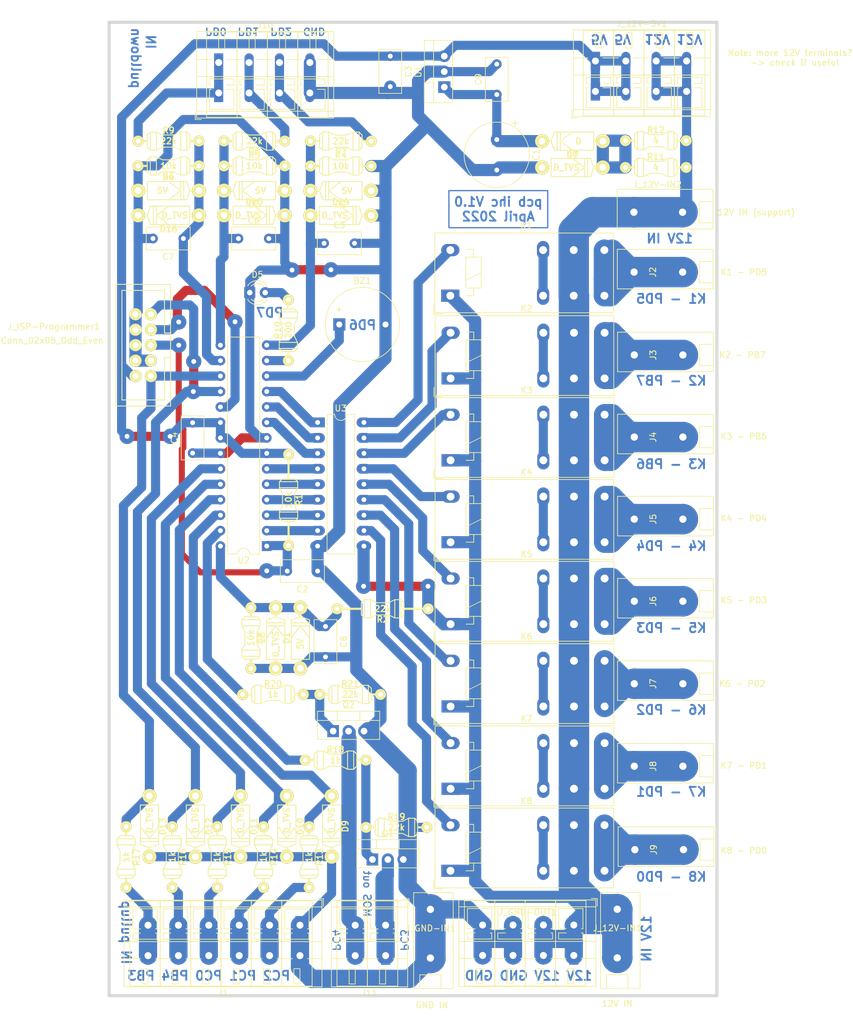
<source format=kicad_pcb>
(kicad_pcb (version 20211014) (generator pcbnew)
  (layers (0 "F.Cu" signal) (31 "B.Cu" signal) (34 "B.Paste" user) (35 "F.Paste" user) (36 "B.SilkS" user "B.Silkscreen") (37 "F.SilkS" user "F.Silkscreen") (38 "B.Mask" user) (39 "F.Mask" user) (44 "Edge.Cuts" user))
  (net 0 "")
  (net 1 "GND")
  (net 2 "+12V")
  (net 3 "+5V")
  (net 4 "Net-(J2-Pad1)")
  (net 5 "Net-(J3-Pad1)")
  (net 6 "Net-(J4-Pad1)")
  (net 7 "Net-(J5-Pad1)")
  (net 8 "Net-(J6-Pad1)")
  (net 9 "Net-(J7-Pad1)")
  (net 10 "Net-(J8-Pad1)")
  (net 11 "Net-(J9-Pad1)")
  (net 12 "unconnected-(K1-Pad12)")
  (net 13 "Net-(K1-PadA2)")
  (net 14 "unconnected-(K2-Pad12)")
  (net 15 "Net-(K2-PadA2)")
  (net 16 "unconnected-(K3-Pad12)")
  (net 17 "Net-(K3-PadA2)")
  (net 18 "unconnected-(K4-Pad12)")
  (net 19 "Net-(K4-PadA2)")
  (net 20 "unconnected-(K5-Pad12)")
  (net 21 "Net-(K5-PadA2)")
  (net 22 "unconnected-(K6-Pad12)")
  (net 23 "Net-(K6-PadA2)")
  (net 24 "unconnected-(K7-Pad12)")
  (net 25 "Net-(K7-PadA2)")
  (net 26 "unconnected-(K8-Pad12)")
  (net 27 "Net-(K8-PadA2)")
  (net 28 "Net-(C1-Pad1)")
  (net 29 "Net-(D6-Pad1)")
  (net 30 "Net-(J1-Pad6)")
  (net 31 "Net-(J1-Pad5)")
  (net 32 "Net-(J1-Pad4)")
  (net 33 "Net-(J1-Pad3)")
  (net 34 "Net-(J1-Pad2)")
  (net 35 "Net-(J10-Pad1)")
  (net 36 "Net-(J10-Pad2)")
  (net 37 "Net-(J10-Pad3)")
  (net 38 "Net-(J11-Pad1)")
  (net 39 "Net-(J11-Pad2)")
  (net 40 "Net-(Q1-Pad1)")
  (net 41 "Net-(Q2-Pad1)")
  (net 42 "/Mosfet 1")
  (net 43 "/Mosfet 2")
  (net 44 "/buzzer")
  (net 45 "/IN pulldown 1")
  (net 46 "/IN pulldown 2")
  (net 47 "/IN pulldown 3")
  (net 48 "/Analog U_supply")
  (net 49 "/IN pullup 2")
  (net 50 "/IN pullup 3")
  (net 51 "/IN pullup 4")
  (net 52 "/IN pullup 5")
  (net 53 "/led")
  (net 54 "/ULN-I1")
  (net 55 "/ULN-I2")
  (net 56 "/ULN-I3")
  (net 57 "/ULN-I4")
  (net 58 "/ULN-I5")
  (net 59 "/ULN-I6")
  (net 60 "/ULN-I7")
  (net 61 "/ULN-I8")
  (net 62 "/IN pullup 1")
  (net 63 "/ISP-SCK")
  (net 64 "/ISP-Reset")
  (net 65 "Net-(D5-Pad2)")
  (footprint "custom_footprints:my_D10_11" (layer "F.Cu") (at 88.9 42.672 180)
    (fp_text reference "D3")
    (fp_text value "5V")
  )
  (footprint "Relay_THT:Relay_SPDT_Schrack-RT1-16A-FormC_RM5mm" (layer "F.Cu") (at 121.162766 154.454233)
    (fp_text reference "K8")
    (fp_text value "RT314A24")
  )
  (footprint "custom_footprints:my_R10" (layer "F.Cu") (at 88.9 38.608)
    (fp_text reference "R5")
    (fp_text value "10k")
  )
  (footprint "custom_footprints:my_R10" (layer "F.Cu") (at 97.9 152.2 -90)
    (fp_text reference "R13")
    (fp_text value "1k")
  )
  (footprint "Relay_THT:Relay_SPDT_Schrack-RT1-16A-FormC_RM5mm" (layer "F.Cu") (at 121.178 127.448)
    (fp_text reference "K6")
    (fp_text value "RT314A24")
  )
  (footprint "custom_footprints:my_KlemmeWago2604-single" (layer "F.Cu") (at 159.496766 150.984233 -90)
    (fp_text reference "J9")
    (fp_text value "K8 - PD0")
  )
  (footprint "LED_THT:LED_D3.0mm" (layer "F.Cu") (at 88.138 59.436)
    (fp_text reference "D5")
    (fp_text value "LED - PD7")
  )
  (footprint "Capacitor_THT:CP_Radial_Tantal_D10.5mm_P5.00mm" (layer "F.Cu") (at 128.778 34.29 -90)
    (fp_text reference "C1")
    (fp_text value "100uF")
  )
  (footprint "Package_DIP:DIP-28_W7.62mm" (layer "F.Cu") (at 90.932 101.092 180)
    (fp_text reference "U2")
    (fp_text value "ATmega8-16P")
  )
  (footprint "Capacitor_THT:C_Rect_L7.0mm_W3.5mm_P5.00mm" (layer "F.Cu") (at 128.778 26.884 90)
    (fp_text reference "C9")
    (fp_text value "0.3uF")
  )
  (footprint "custom_footprints:my_R10" (layer "F.Cu") (at 74.776 34.524)
    (fp_text reference "R9")
    (fp_text value "22k")
  )
  (footprint "custom_footprints:my_R10" (layer "F.Cu") (at 103.124 38.628)
    (fp_text reference "R4")
    (fp_text value "10k")
  )
  (footprint "Capacitor_THT:C_Rect_L7.0mm_W3.5mm_P5.00mm" (layer "F.Cu") (at 99.3 105.2 180)
    (fp_text reference "C2")
    (fp_text value "100nF")
  )
  (footprint "custom_footprints:my_wannenstecker_2x5" (layer "F.Cu") (at 70.612 68.072 90)
    (fp_text reference "J_ISP-Programmer1")
    (fp_text value "Conn_02x05_Odd_Even")
  )
  (footprint "custom_footprints:my_R10" (layer "F.Cu") (at 154.94 34.462)
    (fp_text reference "R12")
    (fp_text value "4")
  )
  (footprint "custom_footprints:my_KlemmeWago2604-single" (layer "F.Cu") (at 159.4 123.718 -90)
    (fp_text reference "J7")
    (fp_text value "K6 - PD2")
  )
  (footprint "custom_footprints:my_D10_11" (layer "F.Cu") (at 141.224 38.862)
    (fp_text reference "D6")
    (fp_text value "D_TVS")
  )
  (footprint "Relay_THT:Relay_SPDT_Schrack-RT1-16A-FormC_RM5mm" (layer "F.Cu") (at 121.178 100.457)
    (fp_text reference "K4")
    (fp_text value "RT314A24")
  )
  (footprint "Package_TO_SOT_THT:TO-220-3_Vertical" (layer "F.Cu") (at 101.854 131.501)
    (fp_text reference "Q2")
    (fp_text value "IRFZ24N")
  )
  (footprint "Relay_THT:Relay_SPDT_Schrack-RT1-16A-FormC_RM5mm" (layer "F.Cu") (at 121.138 59.944)
    (fp_text reference "K1")
    (fp_text value "RT314A24")
  )
  (footprint "custom_footprints:my_D10_11" (layer "F.Cu") (at 141.224 34.544 180)
    (fp_text reference "D7")
    (fp_text value "D")
  )
  (footprint "custom_footprints:my_KlemmeWago2604-single" (layer "F.Cu") (at 117.856 168.8 180)
    (fp_text reference "J_GND-IN1")
    (fp_text value "GND IN")
  )
  (footprint "custom_footprints:my_R10" (layer "F.Cu") (at 102.235 136.271)
    (fp_text reference "R18")
    (fp_text value "1k")
  )
  (footprint "Package_TO_SOT_THT:TO-220-3_Vertical" (layer "F.Cu") (at 108.32 152.6)
    (fp_text reference "Q1")
    (fp_text value "IRFZ24N")
  )
  (footprint "Capacitor_THT:C_Rect_L7.0mm_W3.5mm_P5.00mm" (layer "F.Cu") (at 100.37 51.328)
    (fp_text reference "C5")
    (fp_text value "100nF")
  )
  (footprint "Capacitor_THT:C_Rect_L7.0mm_W3.5mm_P5.00mm" (layer "F.Cu") (at 86.273 50.546)
    (fp_text reference "C6")
    (fp_text value "100nF")
  )
  (footprint "custom_footprints:my_D10_11" (layer "F.Cu") (at 88.9 46.736)
    (fp_text reference "D15")
    (fp_text value "D_TVS")
  )
  (footprint "custom_footprints:my_KlemmeWago2604-single" (layer "F.Cu") (at 159.4 69.683 -90)
    (fp_text reference "J3")
    (fp_text value "K2 - PB7")
  )
  (footprint "custom_footprints:my_R10" (layer "F.Cu") (at 94.488 65.612 90)
    (fp_text reference "R10")
    (fp_text value "200")
  )
  (footprint "custom_footprints:my_R10" (layer "F.Cu") (at 67.8 152.2 -90)
    (fp_text reference "R17")
    (fp_text value "1k")
  )
  (footprint "custom_footprints:my_R10" (layer "F.Cu") (at 75.4 152.2 -90)
    (fp_text reference "R16")
    (fp_text value "1k")
  )
  (footprint "Relay_THT:Relay_SPDT_Schrack-RT1-16A-FormC_RM5mm" (layer "F.Cu") (at 121.178 140.97)
    (fp_text reference "K7")
    (fp_text value "RT314A24")
  )
  (footprint "custom_footprints:my_D10_11" (layer "F.Cu") (at 101.6 147.146 -90)
    (fp_text reference "D9")
    (fp_text value "D_TVS")
  )
  (footprint "custom_footprints:my_R10" (layer "F.Cu") (at 82.8 152.2 -90)
    (fp_text reference "R15")
    (fp_text value "1k")
  )
  (footprint "custom_footprints:my_KlemmeWago2604-single" (layer "F.Cu") (at 159.339 46.22 -90)
    (fp_text reference "J_12V-IN2")
    (fp_text value "12V IN (support)")
  )
  (footprint "Capacitor_THT:C_Rect_L7.0mm_W3.5mm_P5.00mm" (layer "F.Cu") (at 111.252 20.574 -90)
    (fp_text reference "C3")
    (fp_text value "100nF")
  )
  (footprint "custom_footprints:my_KlemmeWago2604-single" (layer "F.Cu") (at 148.6 168.775 180)
    (fp_text reference "J_12V-IN1")
    (fp_text value "12V IN")
  )
  (footprint "TerminalBlock_WAGO:TerminalBlock_WAGO_236-404_1x04_P5.00mm_45Degree" (layer "F.Cu") (at 145.004 21.368)
    (fp_text reference "J_12V-5V1")
    (fp_text value "2x 5V out,  2 x 12V out")
  )
  (footprint "Relay_THT:Relay_SPDT_Schrack-RT1-16A-FormC_RM5mm" (layer "F.Cu") (at 121.178 73.533)
    (fp_text reference "K2")
    (fp_text value "RT314A24")
  )
  (footprint "custom_footprints:my_R10" (layer "F.Cu") (at 88.336 116.2 -90)
    (fp_text reference "R3")
    (fp_text value "10k")
  )
  (footprint "custom_footprints:my_D10_11" (layer "F.Cu") (at 86.614 147.146 -90)
    (fp_text reference "D11")
    (fp_text value "D_TVS")
  )
  (footprint "custom_footprints:my_D10_11" (layer "F.Cu") (at 74.776 46.736 180)
    (fp_text reference "D16")
    (fp_text value "D_TVS")
  )
  (footprint "custom_footprints:my_R10" (layer "F.Cu") (at 103.124 34.544 180)
    (fp_text reference "R7")
    (fp_text value "22k")
  )
  (footprint "custom_footprints:my_D10_11" (layer "F.Cu") (at 74.776 42.672)
    (fp_text reference "D4")
    (fp_text value "5V")
  )
  (footprint "Buzzer_Beeper:Buzzer_12x9.5RM7.6" (layer "F.Cu") (at 102.87 64.6684)
    (fp_text reference "BZ1")
    (fp_text value "Buzzer - PD6")
  )
  (footprint "custom_footprints:my_R10" (layer "F.Cu") (at 91.96 125.476)
    (fp_text reference "R20")
    (fp_text value "1k")
  )
  (footprint "custom_footprints:my_D10_11" (layer "F.Cu") (at 103.124 42.692 180)
    (fp_text reference "D2")
    (fp_text value "5V")
  )
  (footprint "Capacitor_THT:C_Rect_L7.0mm_W3.5mm_P5.00mm" (layer "F.Cu") (at 77.216 50.546 180)
    (fp_text reference "C7")
    (fp_text value "100nF")
  )
  (footprint "TerminalBlock_WAGO:TerminalBlock_WAGO_236-404_1x04_P5.00mm_45Degree" (layer "F.Cu") (at 141.45 168.37 180)
    (fp_text reference "J_GND-OUT1")
    (fp_text value "2x GND out,  2x 12V out")
  )
  (footprint "TerminalBlock_WAGO:TerminalBlock_WAGO_236-402_1x02_P5.00mm_45Degree" (layer "F.Cu") (at 110.49 168.402 180)
    (fp_text reference "J11")
    (fp_text value "2x N-Mosfet")
  )
  (footprint "TerminalBlock_WAGO:TerminalBlock_WAGO_236-404_1x04_P5.00mm_45Degree" (layer "F.Cu") (at 83.028 21.622)
    (fp_text reference "J10")
    (fp_text value "D-IN with pulldown")
  )
  (footprint "Relay_THT:Relay_SPDT_Schrack-RT1-16A-FormC_RM5mm" (layer "F.Cu") (at 121.178 86.995)
    (fp_text reference "K3")
    (fp_text value "RT314A24")
  )
  (footprint "Capacitor_THT:C_Rect_L7.0mm_W3.5mm_P5.00mm" (layer "F.Cu") (at 78.74 85.812 90)
    (fp_text reference "C4")
    (fp_text value "100nF")
  )
  (footprint "custom_footprints:my_D10_11" (layer "F.Cu") (at 94.234 147.146 -90)
    (fp_text reference "D10")
    (fp_text value "D_TVS")
  )
  (footprint "TerminalBlock_WAGO:TerminalBlock_WAGO_236-406_1x06_P5.00mm_45Degree" (layer "F.Cu") (at 96.4 168.4 180)
    (fp_text reference "J1")
    (fp_text value "D-IN with pullup")
  )
  (footprint "Package_DIP:DIP-18_W7.62mm_LongPads" (layer "F.Cu") (at 99.299 80.772)
    (fp_text reference "U3")
    (fp_text value "ULN2803A")
  )
  (footprint "custom_footprints:my_KlemmeWago2604-single" (layer "F.Cu") (at 159.36 56.064 -90)
    (fp_text reference "J2")
    (fp_text value "K1 - PD5")
  )
  (footprint "custom_footprints:my_R10" (layer "F.Cu") (at 74.776 38.608 180)
    (fp_text reference "R6")
    (fp_text value "10k")
  )
  (footprint "custom_footprints:my_R10" (layer "F.Cu") (at 154.94 38.862)
    (fp_text reference "R11")
    (fp_text value "4")
  )
  (footprint "Package_TO_SOT_THT:TO-220-3_Vertical" (layer "F.Cu") (at 120.142 25.654 90)
    (fp_text reference "U1")
    (fp_text value "LM7805_TO220")
  )
  (footprint "custom_footprints:my_D10_11" (layer "F.Cu") (at 103.124 46.756)
    (fp_text reference "D14")
    (fp_text value "D_TVS")
  )
  (footprint "custom_footprints:my_R15-long" (layer "F.Cu") (at 94.526 93.507 -90)
    (fp_text reference "R1")
    (fp_text value "10k")
  )
  (footprint "custom_footprints:my_D10_11" (layer "F.Cu") (at 71.628 147.146 -90)
    (fp_text reference "D13")
    (fp_text value "D_TVS")
  )
  (footprint "custom_footprints:my_KlemmeWago2604-single" (layer "F.Cu") (at 159.4 96.667 -90)
    (fp_text reference "J5")
    (fp_text value "K4 - PD4")
  )
  (footprint "custom_footprints:my_R10" (layer "F.Cu") (at 104.648 125.476)
    (fp_text reference "R21")
    (fp_text value "22k")
  )
  (footprint "custom_footprints:my_KlemmeWago2604-single" (layer "F.Cu") (at 159.4 83.175 -90)
    (fp_text reference "J4")
    (fp_text value "K3 - PB6")
  )
  (footprint "custom_footprints:my_D10_11" (layer "F.Cu") (at 79.2 147.146 -90)
    (fp_text reference "D12")
    (fp_text value "D_TVS")
  )
  (footprint "custom_footprints:my_KlemmeWago2604-single" (layer "F.Cu") (at 159.4 110.159 -90)
    (fp_text reference "J6")
    (fp_text value "K5 - PD3")
  )
  (footprint "Relay_THT:Relay_SPDT_Schrack-RT1-16A-FormC_RM5mm" (layer "F.Cu") (at 121.178 113.919)
    (fp_text reference "K5")
    (fp_text value "RT314A24")
  )
  (footprint "custom_footprints:my_R10" (layer "F.Cu") (at 90.4 152.2 -90)
    (fp_text reference "R14")
    (fp_text value "1k")
  )
  (footprint "custom_footprints:my_D10_11" (layer "F.Cu") (at 92.4 116.2 90)
    (fp_text reference "D8")
    (fp_text value "D_TVS")
  )
  (footprint "custom_footprints:my_R10" (layer "F.Cu") (at 88.9 34.524 180)
    (fp_text reference "R8")
    (fp_text value "22k")
  )
  (footprint "custom_footprints:my_R10" (layer "F.Cu") (at 112.268 147.32)
    (fp_text reference "R19")
    (fp_text value "22k")
  )
  (footprint "Capacitor_THT:C_Rect_L7.0mm_W3.5mm_P5.00mm" (layer "F.Cu") (at 100.6 114.3 -90)
    (fp_text reference "C8")
    (fp_text value "100nF")
  )
  (footprint "custom_footprints:my_R15-long" (layer "F.Cu") (at 110 111.4 180)
    (fp_text reference "R2")
    (fp_text value "22k")
  )
  (footprint "custom_footprints:my_D10_11" (layer "F.Cu") (at 96.464 116.2 90)
    (fp_text reference "D1")
    (fp_text value "5V")
  )
  (footprint "custom_footprints:my_KlemmeWago2604-single" (layer "F.Cu") (at 159.4 137.27 -90)
    (fp_text reference "J8")
    (fp_text value "K7 - PD1")
  )
  (gr_rect (start 120.904 42.672) (end 137.16 48.768) (layer "B.Cu") (width 0.2) (fill none))
  (gr_rect (start 165 15) (end 65 175) (layer "Edge.Cuts") (width 0.5) (fill none))
  (gr_text "IN \npulldown" (at 70.612 15.748 270) (layer "B.Cu") (effects (font (size 1.5 1.5) (thickness 0.3)) (justify right mirror)))
  (gr_text "PC4" (at 102.362 165.862 270) (layer "B.Cu") (effects (font (size 1.2 1.2) (thickness 0.2)) (justify mirror)))
  (gr_text "PC2 PC1 PC0 PB4 PB3" (at 81.407 171.704) (layer "B.Cu") (effects (font (size 1.5 1.5) (thickness 0.3)) (justify mirror)))
  (gr_text "K1 - PD5" (at 157.48 60.452) (layer "B.Cu") (effects (font (size 1.5 1.5) (thickness 0.3)) (justify mirror)))
  (gr_text "PD6" (at 106.68 64.77) (layer "B.Cu") (effects (font (size 1.5 1.5) (thickness 0.3)) (justify mirror)))
  (gr_text "K8 - PD0" (at 157.48 155.448) (layer "B.Cu") (effects (font (size 1.5 1.5) (thickness 0.3)) (justify mirror)))
  (gr_text "PD7" (at 91.44 62.738) (layer "B.Cu") (effects (font (size 1.5 1.5) (thickness 0.3)) (justify mirror)))
  (gr_text "K3 - PB6" (at 157.48 87.63) (layer "B.Cu") (effects (font (size 1.5 1.5) (thickness 0.3)) (justify mirror)))
  (gr_text "PB0  PB1  PB2  GND" (at 90.678 16.51 180) (layer "B.Cu") (effects (font (size 1.2 1.2) (thickness 0.2)) (justify mirror)))
  (gr_text "IN pullup" (at 67.818 164.592 270) (layer "B.Cu") (effects (font (size 1.5 1.5) (thickness 0.3)) (justify mirror)))
  (gr_text "pcb ihc V1.0\nApril 2022" (at 129.032 45.72) (layer "B.Cu") (effects (font (size 1.5 1.5) (thickness 0.3)) (justify mirror)))
  (gr_text "K5 - PD3" (at 157.48 114.554) (layer "B.Cu") (effects (font (size 1.5 1.5) (thickness 0.3)) (justify mirror)))
  (gr_text "5V 5V  12V 12V" (at 153.416 17.78 180) (layer "B.Cu") (effects (font (size 1.5 1.5) (thickness 0.3)) (justify mirror)))
  (gr_text "12V 12V GND GND" (at 133.985 171.704) (layer "B.Cu") (effects (font (size 1.5 1.5) (thickness 0.3)) (justify mirror)))
  (gr_text "12V IN" (at 153.416 165.608 90) (layer "B.Cu") (effects (font (size 1.5 1.5) (thickness 0.3)) (justify mirror)))
  (gr_text "MOS out" (at 107.442 158.242 270) (layer "B.Cu") (effects (font (size 1.2 1.2) (thickness 0.2)) (justify mirror)))
  (gr_text "PC3" (at 113.538 165.862 270) (layer "B.Cu") (effects (font (size 1.2 1.2) (thickness 0.2)) (justify mirror)))
  (gr_text "12V IN" (at 157.226 50.546) (layer "B.Cu") (effects (font (size 1.5 1.5) (thickness 0.3)) (justify mirror)))
  (gr_text "K7 - PD1" (at 157.48 141.478) (layer "B.Cu") (effects (font (size 1.5 1.5) (thickness 0.3)) (justify mirror)))
  (gr_text "K4 - PD4" (at 157.48 101.092) (layer "B.Cu") (effects (font (size 1.5 1.5) (thickness 0.3)) (justify mirror)))
  (gr_text "K2 - PB7" (at 157.48 73.914) (layer "B.Cu") (effects (font (size 1.5 1.5) (thickness 0.3)) (justify mirror)))
  (gr_text "K6 - PD2" (at 157.48 128.016) (layer "B.Cu") (effects (font (size 1.5 1.5) (thickness 0.3)) (justify mirror)))
  (gr_text "Note: more 12V terminals?\n  -> check if useful" (at 177.038 20.828) (layer "F.SilkS") (effects (font (size 1 1))))
  (segment (start 84.328 85.852) (end 86.868 83.312) (width 1.5) (layer "F.Cu") (net 1))
  (segment (start 83.312 85.852) (end 84.328 85.852) (width 1.5) (layer "F.Cu") (net 1))
  (segment (start 95.1484 55.6768) (end 95.0976 55.7276) (width 1.5) (layer "F.Cu") (net 1))
  (segment (start 86.868 83.312) (end 90.932 83.312) (width 1.5) (layer "F.Cu") (net 1))
  (segment (start 101.4984 55.6768) (end 95.1484 55.6768) (width 1.5) (layer "F.Cu") (net 1))
  (via (at 95.0976 55.7276) (size 2.5) (drill 0.8) (layers "F.Cu" "B.Cu") (net 1))
  (via (at 101.4984 55.6768) (size 2.5) (drill 0.8) (layers "F.Cu" "B.Cu") (net 1))
  (segment (start 111.252 25.574) (end 111.252 26.162) (width 2) (layer "B.Cu") (net 1))
  (segment (start 98.028 26.622) (end 110.792 26.622) (width 2) (layer "B.Cu") (net 1))
  (segment (start 69.776 50.874) (end 69.776 62.558) (width 1.5) (layer "B.Cu") (net 1))
  (segment (start 78.74 85.812) (end 83.272 85.812) (width 1.5) (layer "B.Cu") (net 1))
  (segment (start 117.856 160.8) (end 117.856 168.8) (width 5) (layer "B.Cu") (net 1))
  (segment (start 126.45 168.37) (end 126.45 165.65) (width 3) (layer "B.Cu") (net 1))
  (segment (start 129.206 38.862) (end 128.778 39.29) (width 2) (layer "B.Cu") (net 1))
  (segment (start 101.6 152.146) (end 94.234 152.146) (width 1.5) (layer "B.Cu") (net 1))
  (segment (start 71.882 70.612) (end 69.342 70.612) (width 2) (layer "B.Cu") (net 1))
  (segment (start 79.2 152.146) (end 71.628 152.146) (width 1.5) (layer "B.Cu") (net 1))
  (segment (start 70.104 50.546) (end 69.776 50.874) (width 1.5) (layer "B.Cu") (net 1))
  (segment (start 108.124 46.756) (end 110.256 46.756) (width 2) (layer "B.Cu") (net 1))
  (segment (start 96.4 168.4) (end 96.4 170.314) (width 3) (layer "B.Cu") (net 1))
  (segment (start 117.348 23.114) (end 120.142 23.114) (width 2) (layer "B.Cu") (net 1))
  (segment (start 72.898 38.608) (end 74.676 36.83) (width 1.5) (layer "B.Cu") (net 1))
  (segment (start 69.776 38.608) (end 69.776 42.672) (width 1.5) (layer "B.Cu") (net 1))
  (segment (start 110.47 64.6684) (end 110.47 55.733) (width 2) (layer "B.Cu") (net 1))
  (segment (start 89.80063 83.312) (end 88.138 81.64937) (width 1.5) (layer "B.Cu") (net 1))
  (segment (start 92.4 121.2) (end 96.464 121.2) (width 1.5) (layer "B.Cu") (net 1))
  (segment (start 105.664 110.744) (end 100.12 105.2) (width 2) (layer "B.Cu") (net 1))
  (segment (start 86.28 30.988) (end 93.9 38.608) (width 1.5) (layer "B.Cu") (net 1))
  (segment (start 100.6 119.3) (end 98.364 119.3) (width 1.5) (layer "B.Cu") (net 1))
  (segment (start 100.6 119.3) (end 105.584 119.3) (width 1.5) (layer "B.Cu") (net 1))
  (segment (start 117.268 147.32) (end 114.681 147.32) (width 1.5) (layer "B.Cu") (net 1))
  (segment (start 127.548 23.114) (end 128.778 21.884) (width 1.5) (layer "B.Cu") (net 1))
  (segment (start 88.138 59.436) (end 88.138 81.64937) (width 1.5) (layer "B.Cu") (net 1))
  (segment (start 110.43 51.328) (end 110.47 51.288) (width 1.5) (layer "B.Cu") (net 1))
  (segment (start 110.47 55.733) (end 110.47 51.288) (width 2) (layer "B.Cu") (net 1))
  (segment (start 74.676 33.528) (end 77.216 30.988) (width 1.5) (layer "B.Cu") (net 1))
  (segment (start 110.47 70.251) (end 110.47 64.6684) (width 2) (layer "B.Cu") (net 1))
  (segment (start 123.88 160.8) (end 117.856 160.8) (width 3) (layer "B.Cu") (net 1))
  (segment (start 115.824 24.638) (end 117.348 23.114) (width 2) (layer "B.Cu") (net 1))
  (segment (start 77.216 30.988) (end 86.28 30.988) (width 1.5) (layer "B.Cu") (net 1))
  (segment (start 93.2688 50.546) (end 93.9 51.1772) (width 1.5) (layer "B.Cu") (net 1))
  (segment (start 114.11202 157.05602) (end 114.11202 147.88898) (width 3) (layer "B.Cu") (net 1))
  (segment (start 86.614 152.146) (end 94.234 152.146) (width 1.5) (layer "B.Cu") (net 1))
  (segment (start 111.252 26.162) (end 110.792 26.622) (width 2) (layer "B.Cu") (net 1))
  (segment (start 114.11202 147.88898) (end 114.11202 137.967) (width 3) (layer "B.Cu") (net 1))
  (segment (start 69.342 65.532) (end 69.342 62.992) (width 2) (layer "B.Cu") (net 1))
  (segment (start 110.343 38.628) (end 110.47 38.755) (width 2) (layer "B.Cu") (net 1))
  (segment (start 108.124 38.628) (end 110.343 38.628) (width 2) (layer "B.Cu") (net 1))
  (segment (start 74.676 36.83) (end 74.676 33.528) (width 1.5) (layer "B.Cu") (net 1))
  (segment (start 95.0976 55.7276) (end 95.0722 55.753) (width 1.5) (layer "B.Cu") (net 1))
  (segment (start 117.348 31.877) (end 115.824 30.353) (width 2) (layer "B.Cu") (net 1))
  (segment (start 99.3 101.093) (end 99.299 101.092) (width 2) (layer "B.Cu") (net 1))
  (segment (start 96.4 168.4) (end 96.4 163.4) (width 3) (layer "B.Cu") (net 1))
  (segment (start 105.584 119.3) (end 105.664 119.38) (width 1.5) (layer "B.Cu") (net 1))
  (segment (start 115.824 26.289) (end 115.824 24.638) (width 2) (layer "B.Cu") (net 1))
  (segment (start 89.9414 55.7276) (end 88.138 57.531) (width 1.5) (layer "B.Cu") (net 1))
  (segment (start 110.47 46.97) (end 110.47 42.184) (width 2) (layer "B.Cu") (net 1))
  (segment (start 110.47 42.184) (end 110.47 38.755) (width 2) (layer "B.Cu") (net 1))
  (segment (start 93.9 54.53) (end 93.9 51.1772) (width 1.5) (layer "B.Cu") (net 1))
  (segment (start 98.298 172.212) (end 114.444 172.212) (width 3) (layer "B.Cu") (net 1))
  (segment (start 88.138 57.531) (end 88.138 59.436) (width 1.5) (layer "B.Cu") (net 1))
  (segment (start 101.4984 55.6768) (end 110.4138 55.6768) (width 1.5) (layer "B.Cu") (net 1))
  (segment (start 126.45 163.37) (end 123.88 160.8) (width 3) (layer "B.Cu") (net 1))
  (segment (start 98.364 119.3) (end 96.464 121.2) (width 1.5) (layer "B.Cu") (net 1))
  (segment (start 93.9 46.736) (end 93.9 47.919) (width 1.5) (layer "B.Cu") (net 1))
  (segment (start 105.664 121.492) (end 105.664 119.38) (width 2) (layer "B.Cu") (net 1))
  (segment (start 105.664 119.38) (end 105.664 110.744) (width 2) (layer "B.Cu") (net 1))
  (segment (start 69.776 46.736) (end 69.776 50.874) (width 1.5) (layer "B.Cu") (net 1))
  (segment (start 99.3 105.2) (end 99.3 101.093) (width 2) (layer "B.Cu") (net 1))
  (segment (start 120.142 23.114) (end 127.548 23.114) (width 1.5) (layer "B.Cu") (net 1))
  (segment (start 131.149 165.65) (end 131.45 165.349) (width 3) (layer "B.Cu") (net 1))
  (segment (start 110.47 38.755) (end 117.348 31.877) (width 2) (layer "B.Cu") (net 1))
  (segment (start 114.11202 137.967) (end 107.64602 131.501) (width 3) (layer "B.Cu") (net 1))
  (segment (start 131.45 165.349) (end 131.45 163.37) (width 3) (layer "B.Cu") (net 1))
  (segment (start 115.491 26.622) (end 115.824 26.289) (width 2) (layer "B.Cu") (net 1))
  (segment (start 110.792 26.622) (end 115.491 26.622) (width 2) (layer "B.Cu") (net 1))
  (segment (start 91.273 50.546) (end 93.2688 50.546) (width 1.5) (layer "B.Cu") (net 1))
  (segment (start 109.648 125.476) (end 105.664 121.492) (width 2) (layer "B.Cu") (net 1))
  (segment (start 99.299 101.092) (end 100.269591 101.092) (width 2) (layer "B.Cu") (net 1))
  (segment (start 98.028 26.622) (end 98.028 21.622) (width 2) (layer "B.Cu") (net 1))
  (segment (start 83.272 85.812) (end 83.312 85.852) (width 1.5) (layer "B.Cu") (net 1))
  (segment (start 108.124 42.692) (end 109.962 42.692) (width 2) (layer "B.Cu") (net 1))
  (segment (start 126.45 165.65) (end 126.45 163.37) (width 3) (layer "B.Cu") (net 1))
  (segment (start 110.47 51.288) (end 110.47 46.97) (width 2) (layer "B.Cu") (net 1))
  (segment (start 69.776 38.608) (end 72.898 38.608) (width 1.5) (layer "B.Cu") (net 1))
  (segment (start 88.336 121.2) (end 92.4 121.2) (width 1.5) (layer "B.Cu") (net 1))
  (segment (start 69.342 68.072) (end 69.342 65.532) (width 2) (layer "B.Cu") (net 1))
  (segment (start 136.224 38.862) (end 129.206 38.862) (width 2) (layer "B.Cu") (net 1))
  (segment (start 117.856 160.8) (end 114.11202 157.05602) (width 3) (layer "B.Cu") (net 1))
  (segment (start 115.824 30.353) (end 115.824 26.289) (width 2) (layer "B.Cu") (net 1))
  (segment (start 95.0976 55.7276) (end 89.9414 55.7276) (width 1.5) (layer "B.Cu") (net 1))
  (segment (start 131.45 168.37) (end 131.45 165.349) (width 3) (layer "B.Cu") (net 1))
  (segment (start 110.256 46.756) (end 110.47 46.97) (width 2) (layer "B.Cu") (net 1))
  (segment (start 102.87 77.851) (end 110.47 70.251) (width 2) (layer "B.Cu") (net 1))
  (segment (start 105.37 51.328) (end 110.43 51.328) (width 1.5) (layer "B.Cu") (net 1))
  (segment (start 72.216 50.546) (end 70.104 50.546) (width 1.5) (layer "B.Cu") (net 1))
  (segment (start 69.342 70.612) (end 69.342 68.072) (width 2) (layer "B.Cu") (net 1))
  (segment (start 101.6 158.2) (end 96.4 163.4) (width 1.5) (layer "B.Cu") (net 1))
  (segment (start 109.648 129.49902) (end 109.648 125.476) (width 2) (layer "B.Cu") (net 1))
  (segment (start 95.0976 55.7276) (end 93.9 54.53) (width 1.5) (layer "B.Cu") (net 1))
  (segment (start 90.932 83.312) (end 89.80063 83.312) (width 1.5) (layer "B.Cu") (net 1))
  (segment (start 124.761 39.29) (end 117.348 31.877) (width 2) (layer "B.Cu") (net 1))
  (segment (start 114.681 147.32) (end 114.11202 147.88898) (width 1.5) (layer "B.Cu") (net 1))
  (segment (start 86.614 152.146) (end 79.2 152.146) (width 1.5) (layer "B.Cu") (net 1))
  (segment (start 100.12 105.2) (end 99.3 105.2) (width 2) (layer "B.Cu") (net 1))
  (segment (start 102.87 98.491591) (end 102.87 77.851) (width 2) (layer "B.Cu") (net 1))
  (segment (start 110.4138 55.6768) (end 110.47 55.733) (width 1.5) (layer "B.Cu") (net 1))
  (segment (start 109.962 42.692) (end 110.47 42.184) (width 2) (layer "B.Cu") (net 1))
  (segment (start 93.9 51.1772) (end 93.9 47.919) (width 1.5) (layer "B.Cu") (net 1))
  (segment (start 100.269591 101.092) (end 102.87 98.491591) (width 2) (layer "B.Cu") (net 1))
  (segment (start 93.9 38.608) (end 93.9 42.672) (width 1.5) (layer "B.Cu") (net 1))
  (segment (start 93.9 42.672) (end 93.9 46.736) (width 1.5) (layer "B.Cu") (net 1))
  (segment (start 107.64602 131.501) (end 109.648 129.49902) (width 2) (layer "B.Cu") (net 1))
  (segment (start 126.45 165.65) (end 131.149 165.65) (width 3) (layer "B.Cu") (net 1))
  (segment (start 101.6 152.146) (end 101.6 158.2) (width 1.5) (layer "B.Cu") (net 1))
  (segment (start 128.778 39.29) (end 124.761 39.29) (width 2) (layer "B.Cu") (net 1))
  (segment (start 114.444 172.212) (end 117.856 168.8) (width 3) (layer "B.Cu") (net 1))
  (segment (start 69.776 42.672) (end 69.776 46.736) (width 1.5) (layer "B.Cu") (net 1))
  (segment (start 96.4 170.314) (end 98.298 172.212) (width 3) (layer "B.Cu") (net 1))
  (segment (start 69.776 62.558) (end 69.342 62.992) (width 1.5) (layer "B.Cu") (net 1))
  (segment (start 117.475 107.696) (end 106.86902 107.696) (width 1.5) (layer "F.Cu") (net 2))
  (via (at 106.86902 107.696) (size 2.5) (drill 0.8) (layers "F.Cu" "B.Cu") (net 2))
  (via (at 117.475 107.696) (size 2.5) (drill 0.8) (layers "F.Cu" "B.Cu") (net 2))
  (segment (start 155.004 26.368) (end 160.004 26.368) (width 1.5) (layer "B.Cu") (net 2))
  (segment (start 141.478 133.47) (end 141.478 127.448) (width 5) (layer "B.Cu") (net 2))
  (segment (start 155.004 26.368) (end 155.004 21.368) (width 1.5) (layer "B.Cu") (net 2))
  (segment (start 151.339 46.22) (end 159.339 46.22) (width 5) (layer "B.Cu") (net 2))
  (segment (start 160.004 34.398) (end 159.94 34.462) (width 1.5) (layer "B.Cu") (net 2))
  (segment (start 106.86902 101.14198) (end 106.919 101.092) (width 1.5) (layer "B.Cu") (net 2))
  (segment (start 121.178 86.995) (end 125.095 86.995) (width 2) (layer "B.Cu") (net 2))
  (segment (start 141.478 106.419) (end 141.478 100.457) (width 5) (layer "B.Cu") (net 2))
  (segment (start 141.462766 140.985234) (end 141.478 140.97) (width 5) (layer "B.Cu") (net 2))
  (segment (start 125.222 87.122) (end 125.222 99.822) (width 2) (layer "B.Cu") (net 2))
  (segment (start 141.478 127.448) (end 141.478 119.948) (width 5) (layer "B.Cu") (net 2))
  (segment (start 145.064467 160.775) (end 143.020734 158.731266) (width 5) (layer "B.Cu") (net 2))
  (segment (start 144.534 46.22) (end 141.438 49.316) (width 5) (layer "B.Cu") (net 2))
  (segment (start 125.222 140.716) (end 125.222 154.178) (width 2) (layer "B.Cu") (net 2))
  (segment (start 159.94 38.862) (end 159.94 34.462) (width 2) (layer "B.Cu") (net 2))
  (segment (start 121.178 113.919) (end 120.019 113.919) (width 2) (layer "B.Cu") (net 2))
  (segment (start 124.968 140.97) (end 125.222 140.716) (width 2) (layer "B.Cu") (net 2))
  (segment (start 125.222 64.028) (end 125.222 73.914) (width 2) (layer "B.Cu") (net 2))
  (segment (start 106.86902 107.696) (end 106.86902 101.14198) (width 2) (layer "B.Cu") (net 2))
  (segment (start 143.020734 158.731266) (end 141.462766 157.173299) (width 5) (layer "B.Cu") (net 2))
  (segment (start 136.45 168.37) (end 136.45 165.66) (width 3) (layer "B.Cu") (net 2))
  (segment (start 141.462766 146.954233) (end 141.462766 140.985234) (width 5) (layer "B.Cu") (net 2))
  (segment (start 160.004 26.368) (end 160.004 34.398) (width 1.5) (layer "B.Cu") (net 2))
  (segment (start 127.743266 158.731266) (end 143.020734 158.731266) (width 2) (layer "B.Cu") (net 2))
  (segment (start 148.6 160.775) (end 148.6 168.775) (width 5) (layer "B.Cu") (net 2))
  (segment (start 121.178 113.919) (end 124.841 113.919) (width 2) (layer "B.Cu") (net 2))
  (segment (start 160.004 21.368) (end 160.004 26.368) (width 1.5) (layer "B.Cu") (net 2))
  (segment (start 121.178 127.448) (end 124.654 127.448) (width 2) (layer "B.Cu") (net 2))
  (segment (start 141.478 79.495) (end 141.478 73.533) (width 5) (layer "B.Cu") (net 2))
  (segment (start 141.478 59.984) (end 141.438 59.944) (width 5) (layer "B.Cu") (net 2))
  (segment (start 125.222 113.538) (end 125.222 128.016) (width 2) (layer "B.Cu") (net 2))
  (segment (start 125.095 86.995) (end 125.222 87.122) (width 2) (layer "B.Cu") (net 2))
  (segment (start 136.45 165.66) (end 136.45 163.37) (width 3) (layer "B.Cu") (net 2))
  (segment (start 124.945767 154.454233) (end 125.222 154.178) (width 2) (layer "B.Cu") (net 2))
  (segment (start 125.222 73.914) (end 125.222 87.122) (width 2) (layer "B.Cu") (net 2))
  (segment (start 117.5 111.4) (end 117.5 107.721) (width 2) (layer "B.Cu") (net 2))
  (segment (start 148.6 160.775) (end 145.064467 160.775) (width 5) (layer "B.Cu") (net 2))
  (segment (start 121.178 140.97) (end 124.968 140.97) (width 2) (layer "B.Cu") (net 2))
  (segment (start 141.478 66.033) (end 141.478 59.984) (width 5) (layer "B.Cu") (net 2))
  (segment (start 136.45 165.66) (end 140.895 165.66) (width 3) (layer "B.Cu") (net 2))
  (segment (start 124.841 113.919) (end 125.222 113.538) (width 2) (layer "B.Cu") (net 2))
  (segment (start 125.222 156.21) (end 127.743266 158.731266) (width 2) (layer "B.Cu") (net 2))
  (segment (start 151.339 46.22) (end 144.534 46.22) (width 5) (layer "B.Cu") (net 2))
  (segment (start 159.94 38.862) (end 159.94 45.619) (width 2) (layer "B.Cu") (net 2))
  (segment (start 141.45 163.37) (end 146.005 163.37) (width 3) (layer "B.Cu") (net 2))
  (segment (start 141.478 119.948) (end 141.478 113.919) (width 5) (layer "B.Cu") (net 2))
  (segment (start 120.019 113.919) (end 117.5 111.4) (width 2) (layer "B.Cu") (net 2))
  (segment (start 141.478 140.97) (end 141.478 133.47) (width 5) (layer "B.Cu") (net 2))
  (segment (start 155.004 21.368) (end 160.004 21.368) (width 1.5) (layer "B.Cu") (net 2))
  (segment (start 140.895 165.66) (end 141.45 166.215) (width 3) (layer "B.Cu") (net 2))
  (segment (start 124.841 73.533) (end 125.222 73.914) (width 2) (layer "B.Cu") (net 2))
  (segment (start 141.478 73.533) (end 141.478 66.033) (width 5) (layer "B.Cu") (net 2))
  (segment (start 124.654 127.448) (end 125.222 128.016) (width 2) (layer "B.Cu") (net 2))
  (segment (start 141.462766 157.173299) (end 141.462766 154.454233) (width 5) (layer "B.Cu") (net 2))
  (segment (start 121.162766 154.454233) (end 124.945767 154.454233) (width 2) (layer "B.Cu") (net 2))
  (segment (start 125.222 154.178) (end 125.222 156.21) (width 2) (layer "B.Cu") (net 2))
  (segment (start 121.178 73.533) (end 124.841 73.533) (width 2) (layer "B.Cu") (net 2))
  (segment (start 121.138 59.944) (end 125.222 64.028) (width 2) (layer "B.Cu") (net 2))
  (segment (start 125.222 128.016) (end 125.222 140.716) (width 2) (layer "B.Cu") (net 2))
  (segment (start 121.178 100.457) (end 124.587 100.457) (width 2) (layer "B.Cu") (net 2))
  (segment (start 141.438 59.944) (end 141.438 52.444) (width 5) (layer "B.Cu") (net 2))
  (segment (start 124.587 100.457) (end 125.222 99.822) (width 2) (layer "B.Cu") (net 2))
  (segment (start 144.045 160.775) (end 145.064467 160.775) (width 3) (layer "B.Cu") (net 2))
  (segment (start 141.478 113.919) (end 141.478 106.419) (width 5) (layer "B.Cu") (net 2))
  (segment (start 141.45 168.37) (end 141.45 166.215) (width 3) (layer "B.Cu") (net 2))
  (segment (start 125.222 99.822) (end 125.222 113.538) (width 2) (layer "B.Cu") (net 2))
  (segment (start 141.478 86.995) (end 141.478 79.495) (width 5) (layer "B.Cu") (net 2))
  (segment (start 141.438 49.316) (end 141.438 52.444) (width 5) (layer "B.Cu") (net 2))
  (segment (start 141.478 100.457) (end 141.478 92.957) (width 5) (layer "B.Cu") (net 2))
  (segment (start 141.45 166.215) (end 141.45 163.37) (width 3) (layer "B.Cu") (net 2))
  (segment (start 117.5 107.721) (end 117.475 107.696) (width 2) (layer "B.Cu") (net 2))
  (segment (start 141.478 92.957) (end 141.478 86.995) (width 5) (layer "B.Cu") (net 2))
  (segment (start 146.005 163.37) (end 148.6 160.775) (width 3) (layer "B.Cu") (net 2))
  (segment (start 141.462766 154.454233) (end 141.462766 146.954233) (width 5) (layer "B.Cu") (net 2))
  (segment (start 141.45 163.37) (end 144.045 160.775) (width 3) (layer "B.Cu") (net 2))
  (segment (start 159.94 45.619) (end 159.339 46.22) (width 2) (layer "B.Cu") (net 2))
  (segment (start 67.9585 83.058) (end 75.0435 83.058) (width 1.5) (layer "F.Cu") (net 3))
  (via (at 75.0435 83.058) (size 2.5) (drill 0.8) (layers "F.Cu" "B.Cu") (net 3))
  (via (at 67.9585 83.058) (size 2.5) (drill 0.8) (layers "F.Cu" "B.Cu") (net 3))
  (segment (start 83.312 83.312) (end 84.328 83.312) (width 1.5) (layer "B.Cu") (net 3))
  (segment (start 86.868 85.852) (end 90.932 85.852) (width 1.5) (layer "B.Cu") (net 3))
  (segment (start 145.004 26.368) (end 150.004 26.368) (width 1.5) (layer "B.Cu") (net 3))
  (segment (start 78.74 80.812) (end 83.272 80.812) (width 1.5) (layer "B.Cu") (net 3))
  (segment (start 90.932 85.852) (end 94.371 85.852) (width 1.5) (layer "B.Cu") (net 3))
  (segment (start 111.252 20.574) (end 120.142 20.574) (width 1.5) (layer "B.Cu") (net 3))
  (segment (start 102.362 20.574) (end 100.33 18.542) (width 1.5) (layer "B.Cu") (net 3))
  (segment (start 67.056 30.607) (end 67.056 71.365869) (width 1.5) (layer "B.Cu") (net 3))
  (segment (start 120.142 20.574) (end 121.92 18.796) (width 1.5) (layer "B.Cu") (net 3))
  (segment (start 111.252 20.574) (end 102.362 20.574) (width 1.5) (layer "B.Cu") (net 3))
  (segment (start 100.33 18.542) (end 79.121 18.542) (width 1.5) (layer "B.Cu") (net 3))
  (segment (start 83.272 80.812) (end 83.312 80.772) (width 1.5) (layer "B.Cu") (net 3))
  (segment (start 75.0435 83.058) (end 77.2895 80.812) (width 1.5) (layer "B.Cu") (net 3))
  (segment (start 84.328 83.312) (end 86.868 85.852) (width 1.5) (layer "B.Cu") (net 3))
  (segment (start 121.92 18.796) (end 142.432 18.796) (width 1.5) (layer "B.Cu") (net 3))
  (segment (start 150.004 26.368) (end 150.004 21.368) (width 1.5) (layer "B.Cu") (net 3))
  (segment (start 145.004 21.368) (end 145.004 26.368) (width 1.5) (layer "B.Cu") (net 3))
  (segment (start 142.432 18.796) (end 145.004 21.368) (width 1.5) (layer "B.Cu") (net 3))
  (segment (start 67.056 71.365869) (end 67.056 80.01) (width 1.5) (layer "B.Cu") (net 3))
  (segment (start 94.371 85.852) (end 94.526 86.007) (width 1.5) (layer "B.Cu") (net 3))
  (segment (start 79.121 18.542) (end 67.056 30.607) (width 1.5) (layer "B.Cu") (net 3))
  (segment (start 67.056 82.1555) (end 67.9585 83.058) (width 1.5) (layer "B.Cu") (net 3))
  (segment (start 67.056 71.365869) (end 68.842131 73.152) (width 1.5) (layer "B.Cu") (net 3))
  (segment (start 83.312 80.772) (end 83.312 83.312) (width 1.5) (layer "B.Cu") (net 3))
  (segment (start 67.056 80.01) (end 67.056 82.1555) (width 1.5) (layer "B.Cu") (net 3))
  (segment (start 68.842131 73.152) (end 69.342 73.152) (width 1.5) (layer "B.Cu") (net 3))
  (segment (start 77.2895 80.812) (end 78.74 80.812) (width 1.5) (layer "B.Cu") (net 3))
  (segment (start 150.004 21.368) (end 145.004 21.368) (width 1.5) (layer "B.Cu") (net 3))
  (segment (start 147.74 52.444) (end 151.36 56.064) (width 3.5) (layer "B.Cu") (net 4))
  (segment (start 146.478 52.444) (end 146.478 57.19) (width 3.5) (layer "B.Cu") (net 4))
  (segment (start 159.36 56.064) (end 151.36 56.064) (width 5) (layer "B.Cu") (net 4))
  (segment (start 146.478 59.944) (end 147.48 59.944) (width 3.5) (layer "B.Cu") (net 4))
  (segment (start 147.604 56.064) (end 146.478 57.19) (width 3.5) (layer "B.Cu") (net 4))
  (segment (start 147.48 59.944) (end 151.36 56.064) (width 3.5) (layer "B.Cu") (net 4))
  (segment (start 151.36 56.064) (end 147.604 56.064) (width 3.5) (layer "B.Cu") (net 4))
  (segment (start 146.478 57.19) (end 146.478 59.944) (width 3.5) (layer "B.Cu") (net 4))
  (segment (start 146.518 66.033) (end 147.75 66.033) (width 3.5) (layer "B.Cu") (net 5))
  (segment (start 146.518 70.779) (end 146.518 73.533) (width 3.5) (layer "B.Cu") (net 5))
  (segment (start 146.518 73.533) (end 147.55 73.533) (width 3.5) (layer "B.Cu") (net 5))
  (segment (start 151.4 69.683) (end 147.614 69.683) (width 3.5) (layer "B.Cu") (net 5))
  (segment (start 147.614 69.683) (end 146.518 70.779) (width 3.5) (layer "B.Cu") (net 5))
  (segment (start 146.518 66.033) (end 146.518 70.779) (width 3.5) (layer "B.Cu") (net 5))
  (segment (start 159.4 69.683) (end 151.4 69.683) (width 5) (layer "B.Cu") (net 5))
  (segment (start 147.55 73.533) (end 151.4 69.683) (width 3.5) (layer "B.Cu") (net 5))
  (segment (start 147.75 66.033) (end 151.4 69.683) (width 3.5) (layer "B.Cu") (net 5))
  (segment (start 147.584 83.175) (end 146.518 84.241) (width 3.5) (layer "B.Cu") (net 6))
  (segment (start 146.518 84.241) (end 146.518 86.995) (width 3.5) (layer "B.Cu") (net 6))
  (segment (start 146.518 86.995) (end 147.58 86.995) (width 3.5) (layer "B.Cu") (net 6))
  (segment (start 146.518 79.495) (end 147.72 79.495) (width 3.5) (layer "B.Cu") (net 6))
  (segment (start 146.518 79.495) (end 146.518 84.241) (width 3.5) (layer "B.Cu") (net 6))
  (segment (start 151.4 83.175) (end 147.584 83.175) (width 3.5) (layer "B.Cu") (net 6))
  (segment (start 147.72 79.495) (end 151.4 83.175) (width 3.5) (layer "B.Cu") (net 6))
  (segment (start 147.58 86.995) (end 151.4 83.175) (width 3.5) (layer "B.Cu") (net 6))
  (segment (start 159.4 83.175) (end 151.4 83.175) (width 5) (layer "B.Cu") (net 6))
  (segment (start 146.518 100.457) (end 146.518 96.433) (width 3.5) (layer "B.Cu") (net 7))
  (segment (start 146.518 100.457) (end 147.61 100.457) (width 3.5) (layer "B.Cu") (net 7))
  (segment (start 146.752 96.667) (end 146.518 96.433) (width 3.5) (layer "B.Cu") (net 7))
  (segment (start 151.4 96.667) (end 146.752 96.667) (width 3.5) (layer "B.Cu") (net 7))
  (segment (start 159.4 96.667) (end 151.4 96.667) (width 5) (layer "B.Cu") (net 7))
  (segment (start 146.518 92.957) (end 147.69 92.957) (width 3.5) (layer "B.Cu") (net 7))
  (segment (start 146.518 96.433) (end 146.518 92.957) (width 3.5) (layer "B.Cu") (net 7))
  (segment (start 147.69 92.957) (end 151.4 96.667) (width 3.5) (layer "B.Cu") (net 7))
  (segment (start 147.61 100.457) (end 151.4 96.667) (width 3.5) (layer "B.Cu") (net 7))
  (segment (start 147.64 113.919) (end 151.4 110.159) (width 3.5) (layer "B.Cu") (net 8))
  (segment (start 146.518 113.919) (end 147.64 113.919) (width 3.5) (layer "B.Cu") (net 8))
  (segment (start 159.4 110.159) (end 151.4 110.159) (width 5) (layer "B.Cu") (net 8))
  (segment (start 146.518 111.673) (end 146.518 113.919) (width 3.5) (layer "B.Cu") (net 8))
  (segment (start 146.518 106.419) (end 146.518 110.149) (width 3.5) (layer "B.Cu") (net 8))
  (segment (start 146.518 106.419) (end 147.66 106.419) (width 3.5) (layer "B.Cu") (net 8))
  (segment (start 147.66 106.419) (end 151.4 110.159) (width 3.5) (layer "B.Cu") (net 8))
  (segment (start 151.4 110.159) (end 149.886 111.673) (width 3.5) (layer "B.Cu") (net 8))
  (segment (start 146.518 110.149) (end 146.518 111.673) (width 3.5) (layer "B.Cu") (net 8))
  (segment (start 149.886 111.673) (end 146.518 111.673) (width 3.5) (layer "B.Cu") (net 8))
  (segment (start 146.528 110.159) (end 146.518 110.149) (width 3.5) (layer "B.Cu") (net 8))
  (segment (start 151.4 110.159) (end 146.528 110.159) (width 3.5) (layer "B.Cu") (net 8))
  (segment (start 146.518 119.948) (end 146.518 127.448) (width 3.5) (layer "B.Cu") (net 9))
  (segment (start 151.4 123.718) (end 159.4 123.718) (width 5) (layer "B.Cu") (net 9))
  (segment (start 151.4 123.718) (end 150.248 123.718) (width 3.5) (layer "B.Cu") (net 9))
  (segment (start 150.288 123.718) (end 146.518 119.948) (width 3.5) (layer "B.Cu") (net 9))
  (segment (start 151.4 123.718) (end 150.288 123.718) (width 3.5) (layer "B.Cu") (net 9))
  (segment (start 150.248 123.718) (end 146.518 127.448) (width 3.5) (layer "B.Cu") (net 9))
  (segment (start 151.4 137.27) (end 150.318 137.27) (width 3.5) (layer "B.Cu") (net 10))
  (segment (start 159.4 137.27) (end 150.218 137.27) (width 5) (layer "B.Cu") (net 10))
  (segment (start 151.4 137.27) (end 150.218 137.27) (width 3.5) (layer "B.Cu") (net 10))
  (segment (start 150.318 137.27) (end 146.518 133.47) (width 3.5) (layer "B.Cu") (net 10))
  (segment (start 146.518 136.612) (end 146.518 133.47) (width 3.5) (layer "B.Cu") (net 10))
  (segment (start 147.176 137.27) (end 146.518 136.612) (width 3.5) (layer "B.Cu") (net 10))
  (segment (start 150.218 137.27) (end 146.518 140.97) (width 3.5) (layer "B.Cu") (net 10))
  (segment (start 146.518 140.97) (end 146.518 136.612) (width 3.5) (layer "B.Cu") (net 10))
  (segment (start 151.4 137.27) (end 147.176 137.27) (width 3.5) (layer "B.Cu") (net 10))
  (segment (start 150.532766 150.984233) (end 146.502766 146.954233) (width 3.5) (layer "B.Cu") (net 11))
  (segment (start 151.496766 150.984233) (end 147.980766 150.984233) (width 3.5) (layer "B.Cu") (net 11))
  (segment (start 146.502766 152.462233) (end 146.502766 146.954233) (width 3.5) (layer "B.Cu") (net 11))
  (segment (start 147.980766 150.984233) (end 146.502766 152.462233) (width 3.5) (layer "B.Cu") (net 11))
  (segment (start 149.972766 150.984233) (end 146.502766 154.454233) (width 3.5) (layer "B.Cu") (net 11))
  (segment (start 159.496766 150.984233) (end 147.980766 150.984233) (width 5) (layer "B.Cu") (net 11))
  (segment (start 151.496766 150.984233) (end 149.972766 150.984233) (width 3.5) (layer "B.Cu") (net 11))
  (segment (start 146.502766 154.454233) (end 146.502766 152.462233) (width 3.5) (layer "B.Cu") (net 11))
  (segment (start 151.496766 150.984233) (end 150.532766 150.984233) (width 3.5) (layer "B.Cu") (net 11))
  (segment (start 136.398 52.444) (end 136.398 59.944) (width 1.5) (layer "B.Cu") (net 12))
  (segment (start 115.828969 77.065985) (end 115.828969 57.753031) (width 1.5) (layer "B.Cu") (net 13))
  (segment (start 106.919 80.772) (end 112.122954 80.772) (width 1.5) (layer "B.Cu") (net 13))
  (segment (start 112.122954 80.772) (end 115.828969 77.065985) (width 1.5) (layer "B.Cu") (net 13))
  (segment (start 115.828969 57.753031) (end 121.138 52.444) (width 1.5) (layer "B.Cu") (net 13))
  (segment (start 136.438 66.033) (end 136.438 73.533) (width 1.5) (layer "B.Cu") (net 14))
  (segment (start 118.128489 69.082511) (end 121.178 66.033) (width 1.5) (layer "B.Cu") (net 15))
  (segment (start 118.128489 78.018477) (end 118.128489 69.082511) (width 1.5) (layer "B.Cu") (net 15))
  (segment (start 106.919 83.312) (end 112.834966 83.312) (width 1.5) (layer "B.Cu") (net 15))
  (segment (start 112.834966 83.312) (end 118.128489 78.018477) (width 1.5) (layer "B.Cu") (net 15))
  (segment (start 136.438 79.495) (end 136.438 86.995) (width 1.5) (layer "B.Cu") (net 16))
  (segment (start 119.903978 79.495) (end 121.178 79.495) (width 1.5) (layer "B.Cu") (net 17))
  (segment (start 113.546978 85.852) (end 119.903978 79.495) (width 1.5) (layer "B.Cu") (net 17))
  (segment (start 106.919 85.852) (end 113.546978 85.852) (width 1.5) (layer "B.Cu") (net 17))
  (segment (start 136.438 92.957) (end 136.438 100.457) (width 1.5) (layer "B.Cu") (net 18))
  (segment (start 116.320036 92.957) (end 121.178 92.957) (width 1.5) (layer "B.Cu") (net 19))
  (segment (start 111.755036 88.392) (end 116.320036 92.957) (width 1.5) (layer "B.Cu") (net 19))
  (segment (start 106.919 88.392) (end 111.755036 88.392) (width 1.5) (layer "B.Cu") (net 19))
  (segment (start 136.438 106.419) (end 136.438 113.919) (width 1.5) (layer "B.Cu") (net 20))
  (segment (start 111.043024 90.932) (end 116.59952 96.488496) (width 1.5) (layer "B.Cu") (net 21))
  (segment (start 116.59952 96.488496) (end 116.59952 101.84052) (width 1.5) (layer "B.Cu") (net 21))
  (segment (start 116.59952 101.84052) (end 121.178 106.419) (width 1.5) (layer "B.Cu") (net 21))
  (segment (start 106.919 90.932) (end 111.043024 90.932) (width 1.5) (layer "B.Cu") (net 21))
  (segment (start 136.438 119.948) (end 136.438 127.448) (width 1.5) (layer "B.Cu") (net 22))
  (segment (start 110.331012 93.472) (end 114.3 97.440988) (width 1.5) (layer "B.Cu") (net 23))
  (segment (start 106.919 93.472) (end 110.331012 93.472) (width 1.5) (layer "B.Cu") (net 23))
  (segment (start 120.456 119.948) (end 121.178 119.948) (width 1.5) (layer "B.Cu") (net 23))
  (segment (start 114.3 113.792) (end 120.456 119.948) (width 1.5) (layer "B.Cu") (net 23))
  (segment (start 114.3 97.440988) (end 114.3 113.792) (width 1.5) (layer "B.Cu") (net 23))
  (segment (start 136.438 133.47) (end 136.438 140.97) (width 1.5) (layer "B.Cu") (net 24))
  (segment (start 117.221 119.965012) (end 117.221 129.413) (width 1.5) (layer "B.Cu") (net 25))
  (segment (start 106.919 96.012) (end 109.619 96.012) (width 1.5) (layer "B.Cu") (net 25))
  (segment (start 121.178 133.37) (end 121.178 133.47) (width 1.5) (layer "B.Cu") (net 25))
  (segment (start 109.619 96.012) (end 111.96804 98.36104) (width 1.5) (layer "B.Cu") (net 25))
  (segment (start 111.96804 114.712052) (end 117.221 119.965012) (width 1.5) (layer "B.Cu") (net 25))
  (segment (start 117.221 129.413) (end 121.178 133.37) (width 1.5) (layer "B.Cu") (net 25))
  (segment (start 111.96804 98.36104) (end 111.96804 114.712052) (width 1.5) (layer "B.Cu") (net 25))
  (segment (start 136.422766 146.954233) (end 136.422766 154.454233) (width 1.5) (layer "B.Cu") (net 26))
  (segment (start 108.101723 98.552) (end 109.66852 100.118797) (width 1.5) (layer "B.Cu") (net 27))
  (segment (start 109.66852 115.664544) (end 114.857988 120.854012) (width 1.5) (layer "B.Cu") (net 27))
  (segment (start 114.857988 130.302) (end 117.221 132.665012) (width 1.5) (layer "B.Cu") (net 27))
  (segment (start 109.66852 100.118797) (end 109.66852 115.664544) (width 1.5) (layer "B.Cu") (net 27))
  (segment (start 106.919 98.552) (end 108.101723 98.552) (width 1.5) (layer "B.Cu") (net 27))
  (segment (start 117.221 143.012467) (end 121.162766 146.954233) (width 1.5) (layer "B.Cu") (net 27))
  (segment (start 114.857988 120.854012) (end 114.857988 130.302) (width 1.5) (layer "B.Cu") (net 27))
  (segment (start 117.221 132.665012) (end 117.221 143.012467) (width 1.5) (layer "B.Cu") (net 27))
  (segment (start 121.372 26.884) (end 120.142 25.654) (width 1.5) (layer "B.Cu") (net 28))
  (segment (start 129.032 34.544) (end 128.778 34.29) (width 2) (layer "B.Cu") (net 28))
  (segment (start 136.224 34.544) (end 129.032 34.544) (width 2) (layer "B.Cu") (net 28))
  (segment (start 128.778 26.884) (end 121.372 26.884) (width 1.5) (layer "B.Cu") (net 28))
  (segment (start 128.778 34.29) (end 128.778 26.884) (width 1.5) (layer "B.Cu") (net 28))
  (segment (start 146.224 34.544) (end 146.224 38.862) (width 2) (layer "B.Cu") (net 29))
  (segment (start 149.94 34.462) (end 146.306 34.462) (width 2) (layer "B.Cu") (net 29))
  (segment (start 146.306 34.462) (end 146.224 34.544) (width 2) (layer "B.Cu") (net 29))
  (segment (start 149.94 34.462) (end 149.94 38.862) (width 2) (layer "B.Cu") (net 29))
  (segment (start 149.94 38.862) (end 146.224 38.862) (width 2) (layer "B.Cu") (net 29))
  (segment (start 71.4 160.8) (end 67.8 157.2) (width 1.5) (layer "B.Cu") (net 30))
  (segment (start 71.4 168.4) (end 71.4 163.4) (width 3) (layer "B.Cu") (net 30))
  (segment (start 71.4 163.4) (end 71.4 160.8) (width 1.5) (layer "B.Cu") (net 30))
  (segment (start 76.4 168.4) (end 76.4 163.4) (width 3) (layer "B.Cu") (net 31))
  (segment (start 76.4 158.2) (end 75.4 157.2) (width 1.5) (layer "B.Cu") (net 31))
  (segment (start 76.4 163.4) (end 76.4 158.2) (width 1.5) (layer "B.Cu") (net 31))
  (segment (start 81.4 168.4) (end 81.4 163.4) (width 3) (layer "B.Cu") (net 32))
  (segment (start 81.4 158.6) (end 82.8 157.2) (width 1.5) (layer "B.Cu") (net 32))
  (segment (start 81.4 163.4) (end 81.4 158.6) (width 1.5) (layer "B.Cu") (net 32))
  (segment (start 86.4 168.4) (end 86.4 163.4) (width 3) (layer "B.Cu") (net 33))
  (segment (start 86.4 161.2) (end 90.4 157.2) (width 1.5) (layer "B.Cu") (net 33))
  (segment (start 86.4 163.4) (end 86.4 161.2) (width 1.5) (layer "B.Cu") (net 33))
  (segment (start 91.4 163.4) (end 91.4 161.33) (width 1.5) (layer "B.Cu") (net 34))
  (segment (start 91.4 168.4) (end 91.4 163.4) (width 3) (layer "B.Cu") (net 34))
  (segment (start 91.4 161.33) (end 95.53 157.2) (width 1.5) (layer "B.Cu") (net 34))
  (segment (start 95.53 157.2) (end 97.9 157.2) (width 1.5) (layer "B.Cu") (net 34))
  (segment (start 69.776 34.524) (end 69.776 31.316) (width 1.5) (layer "B.Cu") (net 35))
  (segment (start 74.47 26.622) (end 83.028 26.622) (width 1.5) (layer "B.Cu") (net 35))
  (segment (start 69.776 31.316) (end 74.47 26.622) (width 1.5) (layer "B.Cu") (net 35))
  (segment (start 83.028 21.622) (end 83.028 26.622) (width 1.5) (layer "B.Cu") (net 35))
  (segment (start 93.9 34.524) (end 93.9 32.494) (width 1.5) (layer "B.Cu") (net 36))
  (segment (start 88.028 21.622) (end 88.028 26.622) (width 1.5) (layer "B.Cu") (net 36))
  (segment (start 93.9 32.494) (end 88.028 26.622) (width 1.5) (layer "B.Cu") (net 36))
  (segment (start 104.949 31.369) (end 97.775 31.369) (width 1.5) (layer "B.Cu") (net 37))
  (segment (start 93.028 21.622) (end 93.028 26.622) (width 1.5) (layer "B.Cu") (net 37))
  (segment (start 108.124 34.544) (end 104.949 31.369) (width 1.5) (layer "B.Cu") (net 37))
  (segment (start 97.775 31.369) (end 93.028 26.622) (width 1.5) (layer "B.Cu") (net 37))
  (segment (start 110.3125 163.2245) (end 110.3125 155.829) (width 3) (layer "B.Cu") (net 38))
  (segment (start 110.86 155.2815) (end 110.3125 155.829) (width 2) (layer "B.Cu") (net 38))
  (segment (start 110.49 163.402) (end 110.3125 163.2245) (width 3) (layer "B.Cu") (net 38))
  (segment (start 110.49 163.402) (end 110.49 168.402) (width 3) (layer "B.Cu") (net 38))
  (segment (start 110.86 152.6) (end 110.86 155.2815) (width 2) (layer "B.Cu") (net 38))
  (segment (start 104.58198 132.654019) (end 104.470844 132.765155) (width 2) (layer "B.Cu") (net 39))
  (segment (start 104.58198 131.68898) (end 104.58198 132.654019) (width 2) (layer "B.Cu") (net 39))
  (segment (start 104.470844 162.382844) (end 104.470844 132.765155) (width 2.5) (layer "B.Cu") (net 39))
  (segment (start 105.49 163.402) (end 104.470844 162.382844) (width 2.5) (layer "B.Cu") (net 39))
  (segment (start 105.49 163.402) (end 105.49 168.402) (width 3) (layer "B.Cu") (net 39))
  (segment (start 104.394 131.501) (end 104.58198 131.68898) (width 2) (layer "B.Cu") (net 39))
  (segment (start 107.235 147.287) (end 107.268 147.32) (width 1.5) (layer "B.Cu") (net 40))
  (segment (start 107.268 147.32) (end 107.268 151.548) (width 1.5) (layer "B.Cu") (net 40))
  (segment (start 107.268 151.548) (end 108.32 152.6) (width 1.5) (layer "B.Cu") (net 40))
  (segment (start 107.235 136.271) (end 107.235 147.287) (width 1.5) (layer "B.Cu") (net 40))
  (segment (start 99.648 125.476) (end 99.648 129.295) (width 1.5) (layer "B.Cu") (net 41))
  (segment (start 96.96 125.476) (end 99.648 125.476) (width 1.5) (layer "B.Cu") (net 41))
  (segment (start 99.648 129.295) (end 101.854 131.501) (width 1.5) (layer "B.Cu") (net 41))
  (segment (start 78.85348 99.645031) (end 82.486511 96.012) (width 1.5) (layer "B.Cu") (net 42))
  (segment (start 78.85348 120.833613) (end 78.85348 99.645031) (width 1.5) (layer "B.Cu") (net 42))
  (segment (start 94.319867 136.3) (end 78.85348 120.833613) (width 1.5) (layer "B.Cu") (net 42))
  (segment (start 94.319867 136.3) (end 94.348867 136.271) (width 1.5) (layer "B.Cu") (net 42))
  (segment (start 94.348867 136.271) (end 97.235 136.271) (width 1.5) (layer "B.Cu") (net 42))
  (segment (start 82.486511 96.012) (end 83.312 96.012) (width 1.5) (layer "B.Cu") (net 42))
  (segment (start 81.153 100.635395) (end 83.236395 98.552) (width 1.5) (layer "B.Cu") (net 43))
  (segment (start 81.153 119.669) (end 81.153 100.635395) (width 1.5) (layer "B.Cu") (net 43))
  (segment (start 86.96 125.476) (end 81.153 119.669) (width 1.5) (layer "B.Cu") (net 43))
  (segment (start 83.236395 98.552) (end 83.312 98.552) (width 1.5) (layer "B.Cu") (net 43))
  (segment (start 102.87 67.31) (end 102.87 64.6684) (width 1.5) (layer "B.Cu") (net 44))
  (segment (start 97.028 73.152) (end 102.87 67.31) (width 1.5) (layer "B.Cu") (net 44))
  (segment (start 90.932 73.152) (end 97.028 73.152) (width 1.5) (layer "B.Cu") (net 44))
  (segment (start 98.151 51.328) (end 98.124 51.355) (width 1.5) (layer "B.Cu") (net 45))
  (segment (start 98.124 49.082) (end 98.124 51.355) (width 1.5) (layer "B.Cu") (net 45))
  (segment (start 98.124 64.817) (end 94.869 68.072) (width 1.5) (layer "B.Cu") (net 45))
  (segment (start 98.124 38.628) (end 98.124 34.544) (width 1.5) (layer "B.Cu") (net 45))
  (segment (start 94.869 68.072) (end 90.932 68.072) (width 1.5) (layer "B.Cu") (net 45))
  (segment (start 100.37 51.328) (end 98.151 51.328) (width 1.5) (layer "B.Cu") (net 45))
  (segment (start 98.124 46.756) (end 98.124 42.692) (width 1.5) (layer "B.Cu") (net 45))
  (segment (start 98.124 42.692) (end 98.124 38.628) (width 1.5) (layer "B.Cu") (net 45))
  (segment (start 98.124 51.355) (end 98.124 64.817) (width 1.5) (layer "B.Cu") (net 45))
  (segment (start 98.124 49.082) (end 98.124 46.756) (width 1.5) (layer "B.Cu") (net 45))
  (segment (start 83.312 54.142) (end 83.312 68.072) (width 1.5) (layer "B.Cu") (net 46))
  (segment (start 83.9 53.554) (end 83.312 54.142) (width 1.5) (layer "B.Cu") (net 46))
  (segment (start 86.273 50.546) (end 84.201 50.546) (width 1.5) (layer "B.Cu") (net 46))
  (segment (start 83.9 38.608) (end 83.9 42.672) (width 1.5) (layer "B.Cu") (net 46))
  (segment (start 83.9 46.736) (end 83.9 50.847) (width 1.5) (layer "B.Cu") (net 46))
  (segment (start 84.201 50.546) (end 83.9 50.847) (width 1.5) (layer "B.Cu") (net 46))
  (segment (start 83.9 50.847) (end 83.9 53.554) (width 1.5) (layer "B.Cu") (net 46))
  (segment (start 83.9 34.524) (end 83.9 38.608) (width 1.5) (layer "B.Cu") (net 46))
  (segment (start 83.9 42.672) (end 83.9 46.736) (width 1.5) (layer "B.Cu") (net 46))
  (segment (start 79.776 34.524) (end 79.776 38.608) (width 1.5) (layer "B.Cu") (net 47))
  (segment (start 79.776 47.986) (end 77.216 50.546) (width 1.5) (layer "B.Cu") (net 47))
  (segment (start 79.776 38.608) (end 79.776 42.672) (width 1.5) (layer "B.Cu") (net 47))
  (segment (start 79.776 46.736) (end 79.776 47.986) (width 1.5) (layer "B.Cu") (net 47))
  (segment (start 82.042 70.612) (end 83.312 70.612) (width 1.5) (layer "B.Cu") (net 47))
  (segment (start 81.026 69.596) (end 82.042 70.612) (width 1.5) (layer "B.Cu") (net 47))
  (segment (start 77.216 50.546) (end 77.216 56.248) (width 1.5) (layer "B.Cu") (net 47))
  (segment (start 77.216 56.248) (end 81.026 60.058) (width 1.5) (layer "B.Cu") (net 47))
  (segment (start 79.776 42.672) (end 79.776 46.736) (width 1.5) (layer "B.Cu") (net 47))
  (segment (start 81.026 60.058) (end 81.026 69.596) (width 1.5) (layer "B.Cu") (net 47))
  (segment (start 83.312 106.176) (end 88.336 111.2) (width 1.5) (layer "B.Cu") (net 48))
  (segment (start 99.564 114.3) (end 96.464 111.2) (width 1.5) (layer "B.Cu") (net 48))
  (segment (start 102.5 112.4) (end 100.6 114.3) (width 1.5) (layer "B.Cu") (net 48))
  (segment (start 96.464 111.2) (end 92.4 111.2) (width 1.5) (layer "B.Cu") (net 48))
  (segment (start 102.5 111.4) (end 102.5 112.4) (width 1.5) (layer "B.Cu") (net 48))
  (segment (start 83.312 101.092) (end 83.312 106.176) (width 1.5) (layer "B.Cu") (net 48))
  (segment (start 100.6 114.3) (end 99.564 114.3) (width 1.5) (layer "B.Cu") (net 48))
  (segment (start 92.4 111.2) (end 88.336 111.2) (width 1.5) (layer "B.Cu") (net 48))
  (segment (start 78.923594 75.621906) (end 78.8535 75.692) (width 1.5) (layer "F.Cu") (net 49))
  (segment (start 78.923594 70.7525) (end 78.923594 75.621906) (width 1.5) (layer "F.Cu") (net 49))
  (via (at 78.8535 75.692) (size 2.5) (drill 0.8) (layers "F.Cu" "B.Cu") (net 49))
  (via (at 78.923594 70.7525) (size 2.5) (drill 0.8) (layers "F.Cu" "B.Cu") (net 49))
  (segment (start 78.923594 62.108794) (end 78.923594 70.7525) (width 1.5) (layer "B.Cu") (net 49))
  (segment (start 72.644 80.772) (end 77.724 75.692) (width 1.5) (layer "B.Cu") (net 49))
  (segment (start 80.264 75.692) (end 83.312 75.692) (width 1.5) (layer "B.Cu") (net 49))
  (segment (start 73.406 61.468) (end 74.422 61.468) (width 1.5) (layer "B.Cu") (net 49))
  (segment (start 75.4 145.946) (end 79.2 142.146) (width 1.5) (layer "B.Cu") (net 49))
  (segment (start 69.6554 124.643581) (end 69.6554 95.4446) (width 1.5) (layer "B.Cu") (net 49))
  (segment (start 77.724 75.692) (end 78.8535 75.692) (width 1.5) (layer "B.Cu") (net 49))
  (segment (start 78.2828 61.468) (end 78.923594 62.108794) (width 1.5) (layer "B.Cu") (net 49))
  (segment (start 75.4 147.2) (end 75.4 145.946) (width 1.5) (layer "B.Cu") (net 49))
  (segment (start 74.422 61.468) (end 78.2828 61.468) (width 1.5) (layer "B.Cu") (net 49))
  (segment (start 78.8535 75.692) (end 80.264 75.692) (width 1.5) (layer "B.Cu") (net 49))
  (segment (start 71.882 62.992) (end 73.406 61.468) (width 1.5) (layer "B.Cu") (net 49))
  (segment (start 72.644 92.456) (end 72.644 80.772) (width 1.5) (layer "B.Cu") (net 49))
  (segment (start 79.2 142.146) (end 79.2 134.18818) (width 1.5) (layer "B.Cu") (net 49))
  (segment (start 69.6554 95.4446) (end 72.644 92.456) (width 1.5) (layer "B.Cu") (net 49))
  (segment (start 79.2 134.18818) (end 69.6554 124.643581) (width 1.5) (layer "B.Cu") (net 49))
  (segment (start 86.614 138.350168) (end 71.95492 123.691089) (width 1.5) (layer "B.Cu") (net 50))
  (segment (start 82.8 145.96) (end 86.614 142.146) (width 1.5) (layer "B.Cu") (net 50))
  (segment (start 86.614 142.146) (end 86.614 138.350168) (width 1.5) (layer "B.Cu") (net 50))
  (segment (start 71.95492 123.691089) (end 71.95492 96.547057) (width 1.5) (layer "B.Cu") (net 50))
  (segment (start 80.109977 88.392) (end 83.312 88.392) (width 1.5) (layer "B.Cu") (net 50))
  (segment (start 71.95492 96.547057) (end 80.109977 88.392) (width 1.5) (layer "B.Cu") (net 50))
  (segment (start 82.8 147.2) (end 82.8 145.96) (width 1.5) (layer "B.Cu") (net 50))
  (segment (start 80.821989 90.932) (end 83.312 90.932) (width 1.5) (layer "B.Cu") (net 51))
  (segment (start 92.851922 141.336078) (end 74.25444 122.738597) (width 1.5) (layer "B.Cu") (net 51))
  (segment (start 90.4 147.2) (end 90.4 145.98) (width 1.5) (layer "B.Cu") (net 51))
  (segment (start 93.661843 142.146) (end 92.851922 141.336078) (width 1.5) (layer "B.Cu") (net 51))
  (segment (start 74.25444 122.738597) (end 74.25444 97.499549) (width 1.5) (layer "B.Cu") (net 51))
  (segment (start 74.25444 97.499549) (end 80.821989 90.932) (width 1.5) (layer "B.Cu") (net 51))
  (segment (start 92.79 143.59) (end 94.234 142.146) (width 1.5) (layer "B.Cu") (net 51))
  (segment (start 94.234 142.146) (end 93.661843 142.146) (width 1.5) (layer "B.Cu") (net 51))
  (segment (start 92.79 143.59) (end 92.851922 143.528078) (width 1.5) (layer "B.Cu") (net 51))
  (segment (start 90.4 145.98) (end 92.79 143.59) (width 1.5) (layer "B.Cu") (net 51))
  (segment (start 92.851922 143.528078) (end 92.851922 141.336078) (width 1.5) (layer "B.Cu") (net 51))
  (segment (start 76.55396 121.786105) (end 76.55396 98.452041) (width 1.5) (layer "B.Cu") (net 52))
  (segment (start 97.9 145.846) (end 101.6 142.146) (width 1.5) (layer "B.Cu") (net 52))
  (segment (start 81.534001 93.472) (end 83.312 93.472) (width 1.5) (layer "B.Cu") (net 52))
  (segment (start 97.9 147.2) (end 97.9 145.846) (width 1.5) (layer "B.Cu") (net 52))
  (segment (start 76.55396 98.452041) (end 81.534001 93.472) (width 1.5) (layer "B.Cu") (net 52))
  (segment (start 98.203511 138.749511) (end 93.517366 138.749511) (width 1.5) (layer "B.Cu") (net 52))
  (segment (start 93.517366 138.749511) (end 76.55396 121.786105) (width 1.5) (layer "B.Cu") (net 52))
  (segment (start 101.6 142.146) (end 98.203511 138.749511) (width 1.5) (layer "B.Cu") (net 52))
  (segment (start 90.932 70.612) (end 94.488 70.612) (width 1.5) (layer "B.Cu") (net 53))
  (segment (start 93.218 75.692) (end 98.298 80.772) (width 1.5) (layer "B.Cu") (net 54))
  (segment (start 90.932 75.692) (end 93.218 75.692) (width 1.5) (layer "B.Cu") (net 54))
  (segment (start 98.298 80.772) (end 99.299 80.772) (width 1.5) (layer "B.Cu") (net 54))
  (segment (start 92.71 78.232) (end 97.79 83.312) (width 1.5) (layer "B.Cu") (net 55))
  (segment (start 90.932 78.232) (end 92.71 78.232) (width 1.5) (layer "B.Cu") (net 55))
  (segment (start 97.79 83.312) (end 99.299 83.312) (width 1.5) (layer "B.Cu") (net 55))
  (segment (start 90.932 80.772) (end 92.189447 80.772) (width 1.5) (layer "B.Cu") (net 56))
  (segment (start 92.189447 80.772) (end 97.269447 85.852) (width 1.5) (layer "B.Cu") (net 56))
  (segment (start 97.269447 85.852) (end 99.299 85.852) (width 1.5) (layer "B.Cu") (net 56))
  (segment (start 90.932 88.392) (end 99.299 88.392) (width 1.5) (layer "B.Cu") (net 57))
  (segment (start 90.932 90.932) (end 99.299 90.932) (width 1.5) (layer "B.Cu") (net 58))
  (segment (start 90.932 93.472) (end 99.299 93.472) (width 1.5) (layer "B.Cu") (net 59))
  (segment (start 90.932 96.012) (end 99.299 96.012) (width 1.5) (layer "B.Cu") (net 60))
  (segment (start 90.932 98.552) (end 99.299 98.552) (width 1.5) (layer "B.Cu") (net 61))
  (segment (start 67.35588 94.44212) (end 70.358 91.44) (width 1.5) (layer "B.Cu") (net 62))
  (segment (start 71.628 142.146) (end 71.628 129.868193) (width 1.5) (layer "B.Cu") (net 62))
  (segment (start 71.882 73.152) (end 83.312 73.152) (width 1.5) (layer "B.Cu") (net 62))
  (segment (start 71.628 129.868193) (end 67.35588 125.596073) (width 1.5) (layer "B.Cu") (net 62))
  (segment (start 67.8 145.974) (end 71.628 142.146) (width 1.5) (layer "B.Cu") (net 62))
  (segment (start 67.8 147.2) (end 67.8 145.974) (width 1.5) (layer "B.Cu") (net 62))
  (segment (start 67.35588 125.596073) (end 67.35588 94.44212) (width 1.5) (layer "B.Cu") (net 62))
  (segment (start 70.358 91.44) (end 70.358 80.01) (width 1.5) (layer "B.Cu") (net 62))
  (segment (start 71.882 78.486) (end 71.882 73.152) (width 1.5) (layer "B.Cu") (net 62))
  (segment (start 70.358 80.01) (end 71.882 78.486) (width 1.5) (layer "B.Cu") (net 62))
  (segment (start 76.226989 60.474089) (end 76.226989 64.040067) (width 1.5) (layer "F.Cu") (net 63))
  (segment (start 77.632589 59.068489) (end 76.226989 60.474089) (width 1.5) (layer "F.Cu") (net 63))
  (segment (start 76.226989 64.040067) (end 76.454 64.267078) (width 1.5) (layer "F.Cu") (net 63))
  (segment (start 80.658489 59.068489) (end 77.632589 59.068489) (width 1.5) (layer "F.Cu") (net 63))
  (segment (start 85.72 64.23) (end 80.658489 59.068489) (width 1.5) (layer "F.Cu") (net 63))
  (via (at 85.72 64.23) (size 2.5) (drill 0.8) (layers "F.Cu" "B.Cu") (net 63))
  (via (at 76.454 64.267078) (size 2.5) (drill 0.8) (layers "F.Cu" "B.Cu") (net 63))
  (segment (start 84.44337 78.232) (end 83.312 78.232) (width 1.5) (layer "B.Cu") (net 63))
  (segment (start 85.72 76.95537) (end 84.44337 78.232) (width 1.5) (layer "B.Cu") (net 63))
  (segment (start 85.72 64.23) (end 85.72 76.95537) (width 1.5) (layer "B.Cu") (net 63))
  (segment (start 75.189078 65.532) (end 76.454 64.267078) (width 1.5) (layer "B.Cu") (net 63))
  (segment (start 71.882 65.532) (end 75.189078 65.532) (width 1.5) (layer "B.Cu") (net 63))
  (segment (start 90.678 105.41) (end 90.932 105.156) (width 1) (layer "F.Cu") (net 64))
  (segment (start 80.01 105.41) (end 90.678 105.41) (width 1) (layer "F.Cu") (net 64))
  (segment (start 76.454 81.122527) (end 77.216 81.884527) (width 1) (layer "F.Cu") (net 64))
  (segment (start 76.962 85.186527) (end 76.962 102.362) (width 1) (layer "F.Cu") (net 64))
  (segment (start 77.216 84.932527) (end 76.962 85.186527) (width 1) (layer "F.Cu") (net 64))
  (segment (start 76.962 102.362) (end 80.01 105.41) (width 1) (layer "F.Cu") (net 64))
  (segment (start 77.216 81.884527) (end 77.216 84.932527) (width 1) (layer "F.Cu") (net 64))
  (segment (start 76.454 68.072) (end 76.454 81.122527) (width 1) (layer "F.Cu") (net 64))
  (via (at 90.932 105.156) (size 2.5) (drill 0.8) (layers "F.Cu" "B.Cu") (net 64))
  (via (at 76.454 68.072) (size 2.5) (drill 0.8) (layers "F.Cu" "B.Cu") (net 64))
  (segment (start 94.526 101.007) (end 91.017 101.007) (width 1.5) (layer "B.Cu") (net 64))
  (segment (start 91.017 101.007) (end 90.932 101.092) (width 1.5) (layer "B.Cu") (net 64))
  (segment (start 94.3 101.233) (end 94.526 101.007) (width 1.5) (layer "B.Cu") (net 64))
  (segment (start 71.882 68.072) (end 76.454 68.072) (width 1.5) (layer "B.Cu") (net 64))
  (segment (start 94.3 105.2) (end 94.3 101.233) (width 1.5) (layer "B.Cu") (net 64))
  (segment (start 94.256 105.156) (end 94.3 105.2) (width 1.5) (layer "B.Cu") (net 64))
  (segment (start 90.932 105.156) (end 94.256 105.156) (width 1.5) (layer "B.Cu") (net 64))
  (segment (start 93.312 59.436) (end 90.678 59.436) (width 1.5) (layer "B.Cu") (net 65))
  (segment (start 94.488 60.612) (end 93.312 59.436) (width 1.5) (layer "B.Cu") (net 65))
)
</source>
